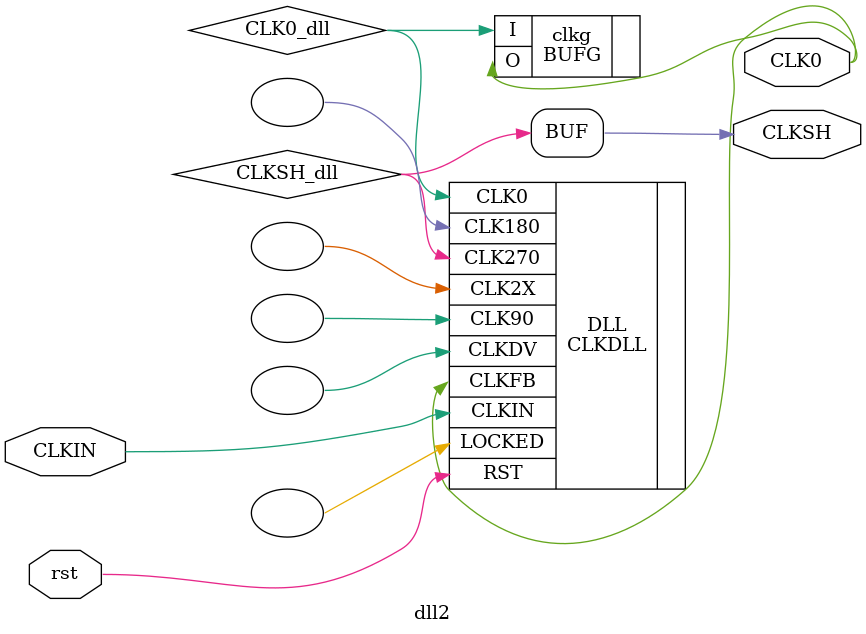
<source format=v>
module dll2 (CLKIN, CLK0, CLKSH, rst);
        input CLKIN, rst;
        output CLKSH, CLK0;

        wire CLK0_dll, CLKSH_dll;

        // this dll is used for double clock phase adjustment
        CLKDLL DLL
        (
        	.CLKIN(CLKIN),
            .CLKFB(CLK0),
            .RST(rst),
	        .CLK0(CLK0_dll),
    	    .CLK90(),
        	.CLK180(),
	        .CLK270(CLKSH_dll),
    	    .CLK2X(),
        	.CLKDV(),
	        .LOCKED()
        );

        BUFG   clkg   (.I(CLK0_dll),   .O(CLK0));
	    assign 	 CLKSH = CLKSH_dll; // removed bufg following tech support advice
endmodule

</source>
